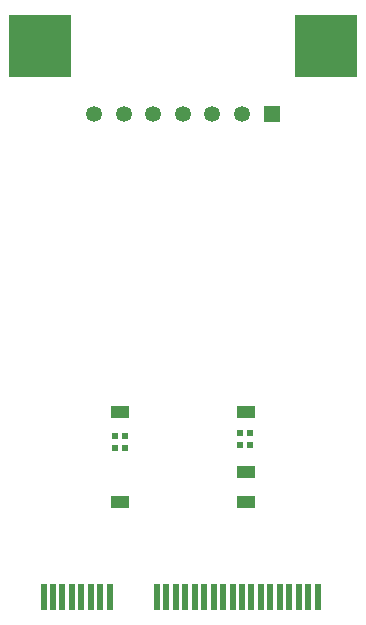
<source format=gbr>
%TF.GenerationSoftware,Altium Limited,Altium Designer,22.1.2 (22)*%
G04 Layer_Color=255*
%FSLAX26Y26*%
%MOIN*%
%TF.SameCoordinates,E27AF617-6D1A-405A-B533-5A9FBCB34AAC*%
%TF.FilePolarity,Positive*%
%TF.FileFunction,Pads,Top*%
%TF.Part,Single*%
G01*
G75*
%TA.AperFunction,SMDPad,CuDef*%
%ADD10R,0.059055X0.039370*%
%TA.AperFunction,ConnectorPad*%
%ADD11R,0.023622X0.090551*%
%TA.AperFunction,SMDPad,CuDef*%
%ADD12R,0.018504X0.020472*%
%TA.AperFunction,ComponentPad*%
%ADD14C,0.053150*%
%ADD15R,0.053150X0.053150*%
%TA.AperFunction,ViaPad*%
%ADD16R,0.208661X0.208661*%
D10*
X-208661Y371654D02*
D03*
Y671654D02*
D03*
X208661D02*
D03*
Y471654D02*
D03*
Y371654D02*
D03*
D11*
X-464567Y55118D02*
D03*
X-433071D02*
D03*
X-401575D02*
D03*
X-370079D02*
D03*
X-338583D02*
D03*
X-307087D02*
D03*
X-275591D02*
D03*
X-244095D02*
D03*
X-86614D02*
D03*
X-55118D02*
D03*
X-23622D02*
D03*
X7874D02*
D03*
X39370D02*
D03*
X70866D02*
D03*
X102362D02*
D03*
X133858D02*
D03*
X165354D02*
D03*
X196850D02*
D03*
X228347D02*
D03*
X259843D02*
D03*
X291339D02*
D03*
X322835D02*
D03*
X354331D02*
D03*
X385827D02*
D03*
X417323D02*
D03*
X448819D02*
D03*
D12*
X223622Y598937D02*
D03*
X189764D02*
D03*
X-191732Y590551D02*
D03*
X-225590D02*
D03*
X223622Y559567D02*
D03*
X189764D02*
D03*
X-191732Y551181D02*
D03*
X-225590D02*
D03*
D14*
X-295276Y1663386D02*
D03*
X-196850D02*
D03*
X-98425D02*
D03*
X0D02*
D03*
X98425D02*
D03*
X196850D02*
D03*
D15*
X295276D02*
D03*
D16*
X-476378Y1891732D02*
D03*
X476378D02*
D03*
%TF.MD5,6449afbc0b0e4e6f534185816321b0ce*%
M02*

</source>
